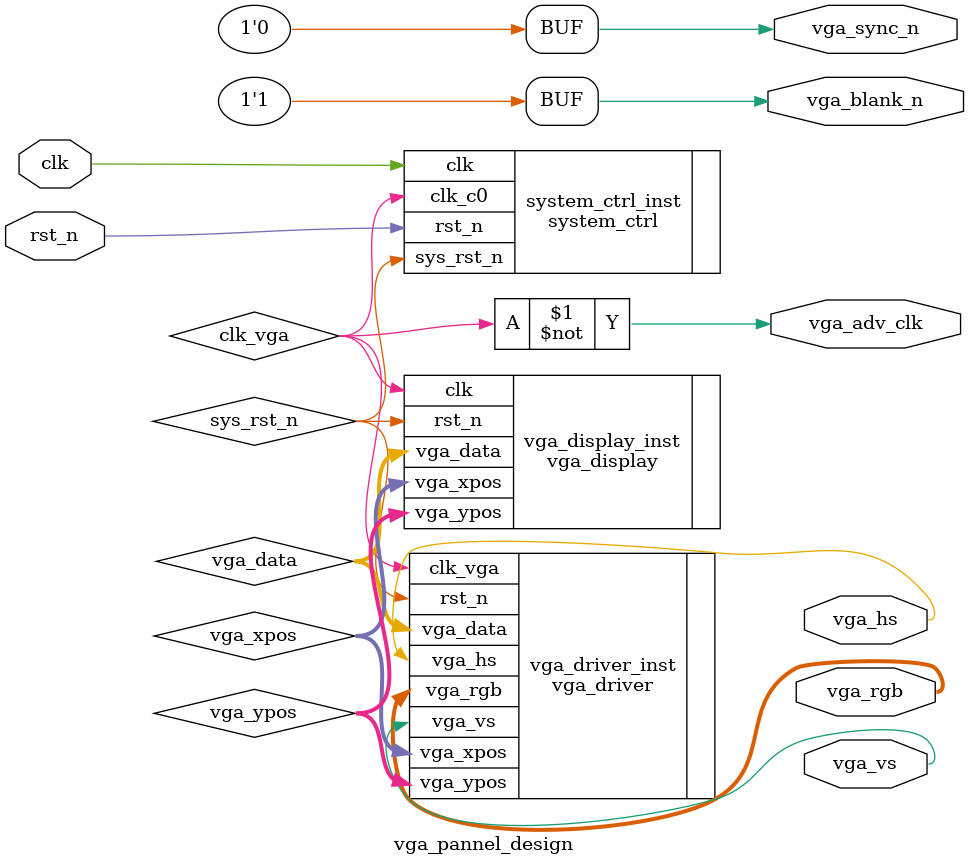
<source format=v>
/*************************************************
*	Module Name		:	vga_pannel_design.v		   
*	Engineer		:	Crazy Bingo
*	Target Device	:	EP2C35F672C6N
*	Tool versions	:	Quartus II 11.0
*	Create Date		:	2011-6-26
*	Revision		:	v1.0
*	Description		:   	
**************************************************/
module vga_pannel_design
(
	//clock and reset
	input 			clk,
	input 			rst_n,
	
	//vga interface
	output			vga_adv_clk, 
	output			vga_blank_n, 
	output			vga_sync_n,
	
	output			vga_hs,    
	output			vga_vs,    
	output	[15:0]	vga_rgb
);

assign	vga_adv_clk	=	~clk_vga;
assign	vga_blank_n = 	1'b1;		
assign	vga_sync_n 	= 	1'b0;	

//----------------------------------------
//vga parameter define
//`define	VGA_640_480_60FPS_25MHz
//`define	VGA_800_600_72FPS_50MHz
`define	VGA_1024_768_60FPS_65MHz 

`ifdef	VGA_640_480_60FPS_25MHz
	parameter	DUTY_CYCLE		=	50;
	parameter	DIVIDE_DATA		=	2;
	parameter	MULTIPLY_DATA	=	1;
	parameter	H_DISP	=	11'd640;
	parameter	H_FRONT	=	11'd16; 
	parameter	H_SYNC 	=	11'd96;  
	parameter	H_BACK 	=	11'd48;   
	parameter	H_TOTAL	=	11'd800; 	
	parameter	V_DISP 	=	10'd480;  					
	parameter	V_FRONT	=	10'd10;  
	parameter	V_SYNC 	=	10'd2;   
	parameter	V_BACK 	=	10'd33;   
	parameter	V_TOTAL	=	10'd525;
`endif
	
`ifdef VGA_800_600_72FPS_50MHz
	parameter	DUTY_CYCLE		=	50;
	parameter	DIVIDE_DATA		=	1;
	parameter	MULTIPLY_DATA	=	1;
	parameter	H_DISP 	=	11'd800; 
	parameter	H_FRONT	=	11'd56; 
	parameter	H_SYNC 	=	11'd120;  
	parameter	H_BACK 	=	11'd64;  
	parameter	H_TOTAL	=	11'd1040; 
	parameter	V_DISP 	=	10'd600; 					
	parameter	V_FRONT	=	10'd37;  
	parameter	V_SYNC 	=	10'd6;   
	parameter	V_BACK 	=	10'd23;   
	parameter	V_TOTAL	=	10'd666;
`endif
	
`ifdef	VGA_1024_768_60FPS_65MHz
	parameter	DUTY_CYCLE		=	50;
	parameter	DIVIDE_DATA		=	10;
	parameter	MULTIPLY_DATA	=	13;
	parameter	H_DISP 	=	11'd1024; 
	parameter	H_FRONT	=	11'd24;	 
	parameter	H_SYNC 	=	11'd136;  
	parameter	H_BACK 	=	11'd160;   
	parameter	H_TOTAL	=	11'd1344; 
	parameter	V_DISP 	=	10'd768; 					
	parameter	V_FRONT	=	10'd3; 
	parameter	V_SYNC 	=	10'd6;    
	parameter	V_BACK 	=	10'd29;   
	parameter	V_TOTAL	=	10'd806;
`endif

//-----------------------------
//system control instantiation
wire	clk_vga;
wire	sys_rst_n;
system_ctrl
#(
	.DUTY_CYCLE		(DUTY_CYCLE),
	.DIVIDE_DATA	(DIVIDE_DATA),
	.MULTIPLY_DATA	(MULTIPLY_DATA)
)
system_ctrl_inst
(
	.clk		(clk),
	.rst_n		(rst_n),
	.clk_c0		(clk_vga),
	.sys_rst_n	(sys_rst_n)
);

//-----------------------------
//vga display instantiation
wire	[9:0]	vga_xpos;
wire	[9:0]	vga_ypos;
wire	[15:0]	vga_data;
vga_display 
#(
	.H_DISP 	(H_DISP),
	.V_DISP 	(V_DISP) 
)
vga_display_inst
(
	.clk		(clk_vga), 
	.rst_n		(sys_rst_n), 

	.vga_xpos	(vga_xpos), 
	.vga_ypos	(vga_ypos),
	.vga_data	(vga_data)
);

//----------------------------
//vga driver instantiation
vga_driver
#
(
	.H_DISP 	(H_DISP), 	
	.H_FRONT	(H_FRONT),	
	.H_SYNC 	(H_SYNC), 	
	.H_BACK 	(H_BACK), 	
	.H_TOTAL	(H_TOTAL),	
	.V_DISP 	(V_DISP), 					
	.V_FRONT	(V_FRONT),	 
	.V_SYNC 	(V_SYNC), 	
	.V_BACK 	(V_BACK), 	
	.V_TOTAL	(V_TOTAL)
)
vga_driver_inst
(  	
	.clk_vga	(clk_vga),	
	.rst_n		(sys_rst_n),     
	
	.vga_data	(vga_data),
	.vga_rgb	(vga_rgb),	
	.vga_hs		(vga_hs),	
	.vga_vs		(vga_vs),	
	
	.vga_xpos	(vga_xpos),	
	.vga_ypos	(vga_ypos)	
);

endmodule


</source>
